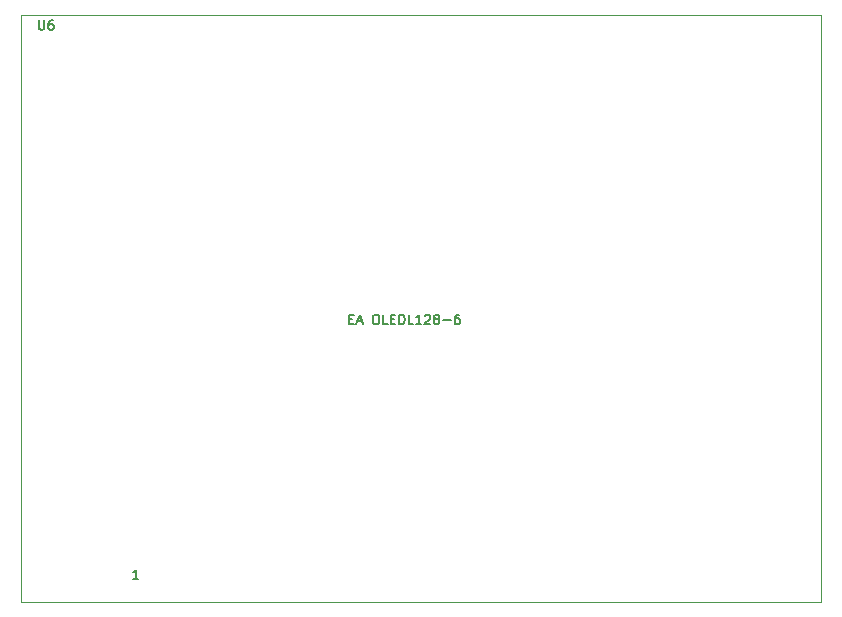
<source format=gbr>
%TF.GenerationSoftware,KiCad,Pcbnew,7.0.10*%
%TF.CreationDate,2025-03-26T19:51:21+01:00*%
%TF.ProjectId,DIC,4449432e-6b69-4636-9164-5f7063625858,rev?*%
%TF.SameCoordinates,Original*%
%TF.FileFunction,Legend,Top*%
%TF.FilePolarity,Positive*%
%FSLAX46Y46*%
G04 Gerber Fmt 4.6, Leading zero omitted, Abs format (unit mm)*
G04 Created by KiCad (PCBNEW 7.0.10) date 2025-03-26 19:51:21*
%MOMM*%
%LPD*%
G01*
G04 APERTURE LIST*
%ADD10C,0.130000*%
%ADD11C,0.100000*%
G04 APERTURE END LIST*
D10*
X13487476Y-12762335D02*
X13487476Y-13409954D01*
X13487476Y-13409954D02*
X13525571Y-13486144D01*
X13525571Y-13486144D02*
X13563666Y-13524240D01*
X13563666Y-13524240D02*
X13639857Y-13562335D01*
X13639857Y-13562335D02*
X13792238Y-13562335D01*
X13792238Y-13562335D02*
X13868428Y-13524240D01*
X13868428Y-13524240D02*
X13906523Y-13486144D01*
X13906523Y-13486144D02*
X13944619Y-13409954D01*
X13944619Y-13409954D02*
X13944619Y-12762335D01*
X14668428Y-12762335D02*
X14516047Y-12762335D01*
X14516047Y-12762335D02*
X14439856Y-12800430D01*
X14439856Y-12800430D02*
X14401761Y-12838525D01*
X14401761Y-12838525D02*
X14325571Y-12952811D01*
X14325571Y-12952811D02*
X14287475Y-13105192D01*
X14287475Y-13105192D02*
X14287475Y-13409954D01*
X14287475Y-13409954D02*
X14325571Y-13486144D01*
X14325571Y-13486144D02*
X14363666Y-13524240D01*
X14363666Y-13524240D02*
X14439856Y-13562335D01*
X14439856Y-13562335D02*
X14592237Y-13562335D01*
X14592237Y-13562335D02*
X14668428Y-13524240D01*
X14668428Y-13524240D02*
X14706523Y-13486144D01*
X14706523Y-13486144D02*
X14744618Y-13409954D01*
X14744618Y-13409954D02*
X14744618Y-13219478D01*
X14744618Y-13219478D02*
X14706523Y-13143287D01*
X14706523Y-13143287D02*
X14668428Y-13105192D01*
X14668428Y-13105192D02*
X14592237Y-13067097D01*
X14592237Y-13067097D02*
X14439856Y-13067097D01*
X14439856Y-13067097D02*
X14363666Y-13105192D01*
X14363666Y-13105192D02*
X14325571Y-13143287D01*
X14325571Y-13143287D02*
X14287475Y-13219478D01*
X21912049Y-60094335D02*
X21454906Y-60094335D01*
X21683478Y-60094335D02*
X21683478Y-59294335D01*
X21683478Y-59294335D02*
X21607287Y-59408620D01*
X21607287Y-59408620D02*
X21531097Y-59484811D01*
X21531097Y-59484811D02*
X21454906Y-59522906D01*
X39773002Y-38075287D02*
X40039668Y-38075287D01*
X40153954Y-38494335D02*
X39773002Y-38494335D01*
X39773002Y-38494335D02*
X39773002Y-37694335D01*
X39773002Y-37694335D02*
X40153954Y-37694335D01*
X40458716Y-38265763D02*
X40839669Y-38265763D01*
X40382526Y-38494335D02*
X40649193Y-37694335D01*
X40649193Y-37694335D02*
X40915859Y-38494335D01*
X41944431Y-37694335D02*
X42096812Y-37694335D01*
X42096812Y-37694335D02*
X42173002Y-37732430D01*
X42173002Y-37732430D02*
X42249193Y-37808620D01*
X42249193Y-37808620D02*
X42287288Y-37961001D01*
X42287288Y-37961001D02*
X42287288Y-38227668D01*
X42287288Y-38227668D02*
X42249193Y-38380049D01*
X42249193Y-38380049D02*
X42173002Y-38456240D01*
X42173002Y-38456240D02*
X42096812Y-38494335D01*
X42096812Y-38494335D02*
X41944431Y-38494335D01*
X41944431Y-38494335D02*
X41868240Y-38456240D01*
X41868240Y-38456240D02*
X41792050Y-38380049D01*
X41792050Y-38380049D02*
X41753954Y-38227668D01*
X41753954Y-38227668D02*
X41753954Y-37961001D01*
X41753954Y-37961001D02*
X41792050Y-37808620D01*
X41792050Y-37808620D02*
X41868240Y-37732430D01*
X41868240Y-37732430D02*
X41944431Y-37694335D01*
X43011097Y-38494335D02*
X42630145Y-38494335D01*
X42630145Y-38494335D02*
X42630145Y-37694335D01*
X43277764Y-38075287D02*
X43544430Y-38075287D01*
X43658716Y-38494335D02*
X43277764Y-38494335D01*
X43277764Y-38494335D02*
X43277764Y-37694335D01*
X43277764Y-37694335D02*
X43658716Y-37694335D01*
X44001574Y-38494335D02*
X44001574Y-37694335D01*
X44001574Y-37694335D02*
X44192050Y-37694335D01*
X44192050Y-37694335D02*
X44306336Y-37732430D01*
X44306336Y-37732430D02*
X44382526Y-37808620D01*
X44382526Y-37808620D02*
X44420621Y-37884811D01*
X44420621Y-37884811D02*
X44458717Y-38037192D01*
X44458717Y-38037192D02*
X44458717Y-38151478D01*
X44458717Y-38151478D02*
X44420621Y-38303859D01*
X44420621Y-38303859D02*
X44382526Y-38380049D01*
X44382526Y-38380049D02*
X44306336Y-38456240D01*
X44306336Y-38456240D02*
X44192050Y-38494335D01*
X44192050Y-38494335D02*
X44001574Y-38494335D01*
X45182526Y-38494335D02*
X44801574Y-38494335D01*
X44801574Y-38494335D02*
X44801574Y-37694335D01*
X45868240Y-38494335D02*
X45411097Y-38494335D01*
X45639669Y-38494335D02*
X45639669Y-37694335D01*
X45639669Y-37694335D02*
X45563478Y-37808620D01*
X45563478Y-37808620D02*
X45487288Y-37884811D01*
X45487288Y-37884811D02*
X45411097Y-37922906D01*
X46173002Y-37770525D02*
X46211098Y-37732430D01*
X46211098Y-37732430D02*
X46287288Y-37694335D01*
X46287288Y-37694335D02*
X46477764Y-37694335D01*
X46477764Y-37694335D02*
X46553955Y-37732430D01*
X46553955Y-37732430D02*
X46592050Y-37770525D01*
X46592050Y-37770525D02*
X46630145Y-37846716D01*
X46630145Y-37846716D02*
X46630145Y-37922906D01*
X46630145Y-37922906D02*
X46592050Y-38037192D01*
X46592050Y-38037192D02*
X46134907Y-38494335D01*
X46134907Y-38494335D02*
X46630145Y-38494335D01*
X47087288Y-38037192D02*
X47011098Y-37999097D01*
X47011098Y-37999097D02*
X46973003Y-37961001D01*
X46973003Y-37961001D02*
X46934907Y-37884811D01*
X46934907Y-37884811D02*
X46934907Y-37846716D01*
X46934907Y-37846716D02*
X46973003Y-37770525D01*
X46973003Y-37770525D02*
X47011098Y-37732430D01*
X47011098Y-37732430D02*
X47087288Y-37694335D01*
X47087288Y-37694335D02*
X47239669Y-37694335D01*
X47239669Y-37694335D02*
X47315860Y-37732430D01*
X47315860Y-37732430D02*
X47353955Y-37770525D01*
X47353955Y-37770525D02*
X47392050Y-37846716D01*
X47392050Y-37846716D02*
X47392050Y-37884811D01*
X47392050Y-37884811D02*
X47353955Y-37961001D01*
X47353955Y-37961001D02*
X47315860Y-37999097D01*
X47315860Y-37999097D02*
X47239669Y-38037192D01*
X47239669Y-38037192D02*
X47087288Y-38037192D01*
X47087288Y-38037192D02*
X47011098Y-38075287D01*
X47011098Y-38075287D02*
X46973003Y-38113382D01*
X46973003Y-38113382D02*
X46934907Y-38189573D01*
X46934907Y-38189573D02*
X46934907Y-38341954D01*
X46934907Y-38341954D02*
X46973003Y-38418144D01*
X46973003Y-38418144D02*
X47011098Y-38456240D01*
X47011098Y-38456240D02*
X47087288Y-38494335D01*
X47087288Y-38494335D02*
X47239669Y-38494335D01*
X47239669Y-38494335D02*
X47315860Y-38456240D01*
X47315860Y-38456240D02*
X47353955Y-38418144D01*
X47353955Y-38418144D02*
X47392050Y-38341954D01*
X47392050Y-38341954D02*
X47392050Y-38189573D01*
X47392050Y-38189573D02*
X47353955Y-38113382D01*
X47353955Y-38113382D02*
X47315860Y-38075287D01*
X47315860Y-38075287D02*
X47239669Y-38037192D01*
X47734908Y-38189573D02*
X48344432Y-38189573D01*
X49068241Y-37694335D02*
X48915860Y-37694335D01*
X48915860Y-37694335D02*
X48839669Y-37732430D01*
X48839669Y-37732430D02*
X48801574Y-37770525D01*
X48801574Y-37770525D02*
X48725384Y-37884811D01*
X48725384Y-37884811D02*
X48687288Y-38037192D01*
X48687288Y-38037192D02*
X48687288Y-38341954D01*
X48687288Y-38341954D02*
X48725384Y-38418144D01*
X48725384Y-38418144D02*
X48763479Y-38456240D01*
X48763479Y-38456240D02*
X48839669Y-38494335D01*
X48839669Y-38494335D02*
X48992050Y-38494335D01*
X48992050Y-38494335D02*
X49068241Y-38456240D01*
X49068241Y-38456240D02*
X49106336Y-38418144D01*
X49106336Y-38418144D02*
X49144431Y-38341954D01*
X49144431Y-38341954D02*
X49144431Y-38151478D01*
X49144431Y-38151478D02*
X49106336Y-38075287D01*
X49106336Y-38075287D02*
X49068241Y-38037192D01*
X49068241Y-38037192D02*
X48992050Y-37999097D01*
X48992050Y-37999097D02*
X48839669Y-37999097D01*
X48839669Y-37999097D02*
X48763479Y-38037192D01*
X48763479Y-38037192D02*
X48725384Y-38075287D01*
X48725384Y-38075287D02*
X48687288Y-38151478D01*
D11*
%TO.C,U6*%
X11947000Y-12299000D02*
X79747000Y-12299000D01*
X11947000Y-61999000D02*
X11947000Y-12299000D01*
X11947000Y-61999000D02*
X79747000Y-61999000D01*
X79747000Y-12299000D02*
X79747000Y-61999000D01*
%TD*%
M02*

</source>
